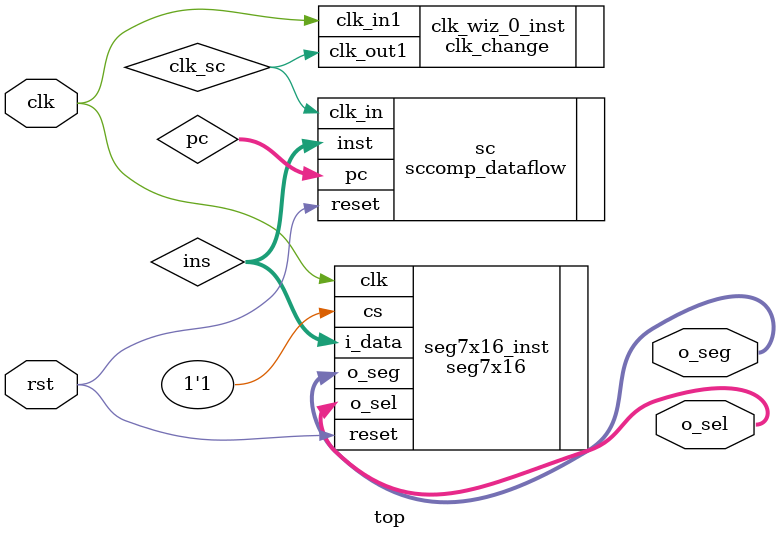
<source format=v>
`timescale 1ns / 1ps
module top(
    input clk,
    input rst,
    output [7:0]o_seg,
    output [7:0]o_sel
);
    
    wire clk_sc;
    wire [31:0]ins;
    wire [31:0]pc;
    

    clk_change clk_wiz_0_inst(
        .clk_in1(clk),
        .clk_out1(clk_sc)
    );

    sccomp_dataflow sc(
        .clk_in(clk_sc), .reset(rst),
        .inst(ins), .pc(pc)
    );

    seg7x16 seg7x16_inst(
        .clk(clk),
        .reset(rst),
        .cs(1'b1),
        .i_data(ins),
        .o_seg(o_seg),
        .o_sel(o_sel)
    );

endmodule

</source>
